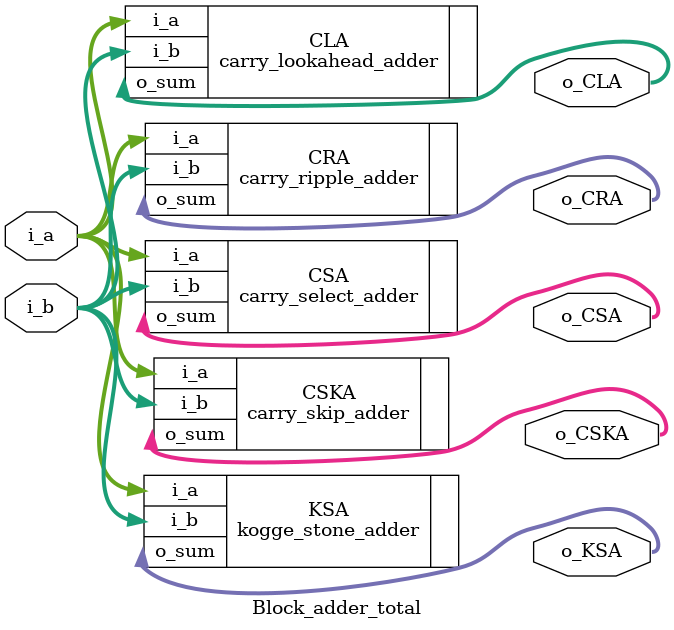
<source format=v>
module Block_adder_total(
    input [31:0]           i_a     ,
    input [31:0]           i_b     ,
    output wire [31:0]     o_CRA   ,
    output wire [31:0]     o_CLA   ,
    output wire [31:0]     o_CSA   ,
    output wire [31:0]     o_CSKA  ,
    output wire [31:0]     o_KSA
);

carry_ripple_adder CRA(
    .i_a    (i_a),
    .i_b    (i_b),
    .o_sum  (o_CRA)
);

carry_lookahead_adder CLA(
    .i_a        (i_a),
    .i_b        (i_b),
    .o_sum      (o_CLA)
);

carry_select_adder CSA(
    .i_a        (i_a),
    .i_b        (i_b),
    .o_sum      (o_CSA)
);

carry_skip_adder CSKA(
    .i_a        (i_a),
    .i_b        (i_b),
    .o_sum      (o_CSKA)
);

kogge_stone_adder KSA(
    .i_a        (i_a),
    .i_b        (i_b),
    .o_sum      (o_KSA)
);

endmodule

</source>
